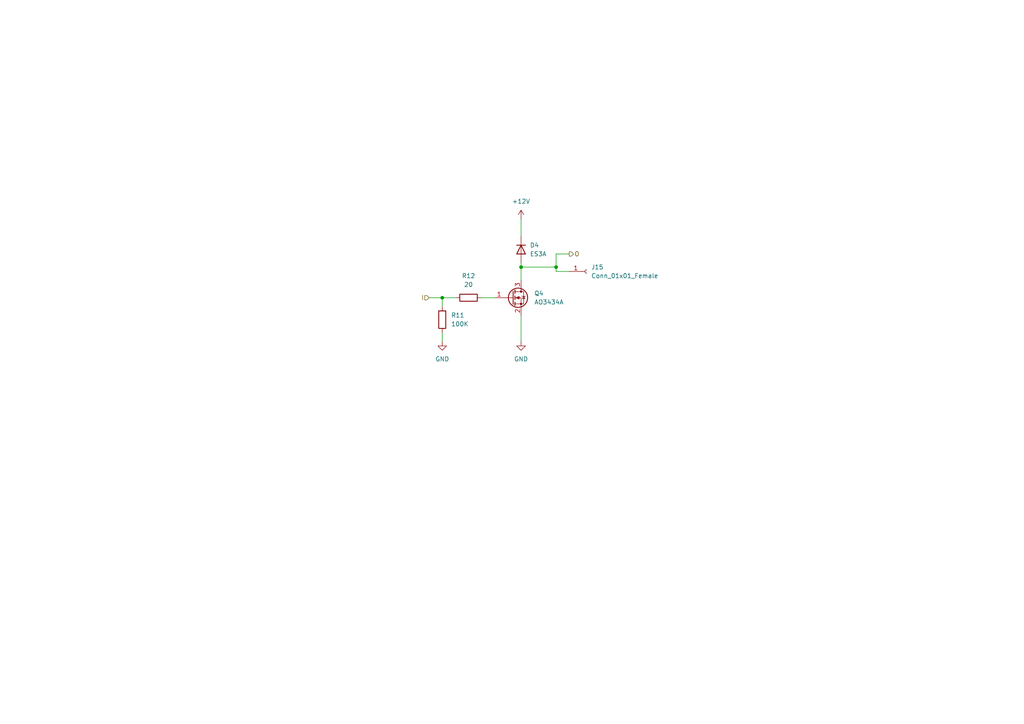
<source format=kicad_sch>
(kicad_sch (version 20231120) (generator "eeschema") (generator_version "8.0")
  (paper "A4")
  (title_block (title "Solenoid Driver"))
  (lib_symbols
    (symbol "Connector:Conn_01x01_Female" (pin_names (offset 1.016) hide)
      (property "Reference" "J" (at 0 2.54 0))
      (property "Value" "Conn_01x01_Female" (at 0 -2.54 0))
      (symbol "Conn_01x01_Female_1_1"
        (polyline (pts (xy -1.27 0) (xy -0.508 0)) (stroke (width 0.1524)))
        (arc (start 0 0.508) (mid -0.5058 0) (end 0 -0.508) (stroke (width 0.1524)))
        (pin passive line (at -5.08 0 0) (length 3.81) (name "Pin_1") (number "1"))
      )
    )
    (symbol "Device:R" (pin_numbers hide) (pin_names (offset 0))
      (property "Reference" "R" (at 2.032 0 90))
      (property "Value" "R" (at 0 0 90))
      (symbol "R_0_1"
        (rectangle (start -1.016 -2.54) (end 1.016 2.54) (stroke (width 0.254)))
      )
      (symbol "R_1_1"
        (pin passive line (at 0 3.81 270) (length 1.27) (name "~") (number "1"))
        (pin passive line (at 0 -3.81 90) (length 1.27) (name "~") (number "2"))
      )
    )
    (symbol "Diode:STTH212S" (pin_numbers hide) (pin_names (offset 1.016) hide)
      (property "Reference" "D" (at 0 2.54 0))
      (property "Value" "STTH212S" (at 0 -2.54 0))
      (symbol "STTH212S_0_1"
        (polyline (pts (xy -1.27 1.27) (xy -1.27 -1.27)) (stroke (width 0.254)))
        (polyline (pts (xy 1.27 0) (xy -1.27 0)))
        (polyline (pts (xy 1.27 1.27) (xy 1.27 -1.27) (xy -1.27 0) (xy 1.27 1.27)) (stroke (width 0.254)))
      )
      (symbol "STTH212S_1_1"
        (pin passive line (at -3.81 0 0) (length 2.54) (name "K") (number "1"))
        (pin passive line (at 3.81 0 180) (length 2.54) (name "A") (number "2"))
      )
    )
    (symbol "Transistor_FET:AO3400A" (pin_names hide)
      (property "Reference" "Q" (at 5.08 1.905 0))
      (property "Value" "AO3400A" (at 5.08 0 0))
      (symbol "AO3400A_0_1"
        (polyline (pts (xy 0.254 0) (xy -2.54 0)))
        (polyline (pts (xy 0.254 1.905) (xy 0.254 -1.905)) (stroke (width 0.254)))
        (polyline (pts (xy 0.762 -1.27) (xy 0.762 -2.286)) (stroke (width 0.254)))
        (polyline (pts (xy 0.762 0.508) (xy 0.762 -0.508)) (stroke (width 0.254)))
        (polyline (pts (xy 0.762 2.286) (xy 0.762 1.27)) (stroke (width 0.254)))
        (polyline (pts (xy 2.54 2.54) (xy 2.54 1.778)))
        (polyline (pts (xy 2.54 -2.54) (xy 2.54 0) (xy 0.762 0)))
        (polyline (pts (xy 0.762 -1.778) (xy 3.302 -1.778) (xy 3.302 1.778) (xy 0.762 1.778)))
        (polyline (pts (xy 1.016 0) (xy 2.032 0.381) (xy 2.032 -0.381) (xy 1.016 0)) (fill (type outline)))
        (polyline (pts (xy 2.794 0.508) (xy 2.921 0.381) (xy 3.683 0.381) (xy 3.81 0.254)))
        (polyline (pts (xy 3.302 0.381) (xy 2.921 -0.254) (xy 3.683 -0.254) (xy 3.302 0.381)))
        (circle (center 1.651 0) (radius 2.794) (stroke (width 0.254)))
        (circle (center 2.54 -1.778) (radius 0.254) (fill (type outline)))
        (circle (center 2.54 1.778) (radius 0.254) (fill (type outline)))
      )
      (symbol "AO3400A_1_1"
        (pin input line (at -5.08 0 0) (length 2.54) (name "G") (number "1"))
        (pin passive line (at 2.54 -5.08 90) (length 2.54) (name "S") (number "2"))
        (pin passive line (at 2.54 5.08 270) (length 2.54) (name "D") (number "3"))
      )
    )
    (symbol "power:+12V" (power) (pin_names (offset 0))
      (property "Value" "+12V" (at 0 3.556 0))
      (symbol "+12V_0_1"
        (polyline (pts (xy -0.762 1.27) (xy 0 2.54)))
        (polyline (pts (xy 0 0) (xy 0 2.54)))
        (polyline (pts (xy 0 2.54) (xy 0.762 1.27)))
      )
      (symbol "+12V_1_1"
        (pin power_in line (at 0 0 90) (length 0) hide (name "+12V") (number "1"))
      )
    )
    (symbol "power:GND" (power) (pin_names (offset 0))
      (property "Value" "GND" (at 0 -3.81 0))
      (symbol "GND_0_1"
        (polyline (pts (xy 0 0) (xy 0 -1.27) (xy 1.27 -1.27) (xy 0 -2.54) (xy -1.27 -1.27) (xy 0 -1.27)))
      )
      (symbol "GND_1_1"
        (pin power_in line (at 0 0 270) (length 0) hide (name "GND") (number "1"))
      )
    )
  )
  (junction (at 161.29 77.47))
  (junction (at 128.27 86.36))
  (junction (at 151.13 77.47))
  (wire (pts (xy 161.29 77.47) (xy 161.29 73.66)))
  (wire (pts (xy 151.13 77.47) (xy 151.13 81.28)))
  (wire (pts (xy 151.13 91.44) (xy 151.13 99.06)))
  (wire (pts (xy 124.46 86.36) (xy 128.27 86.36)))
  (wire (pts (xy 128.27 96.52) (xy 128.27 99.06)))
  (wire (pts (xy 151.13 77.47) (xy 161.29 77.47)))
  (wire (pts (xy 151.13 63.5) (xy 151.13 68.58)))
  (wire (pts (xy 165.1 78.74) (xy 161.29 78.74)))
  (wire (pts (xy 161.29 73.66) (xy 165.1 73.66)))
  (wire (pts (xy 151.13 76.2) (xy 151.13 77.47)))
  (wire (pts (xy 139.7 86.36) (xy 143.51 86.36)))
  (wire (pts (xy 161.29 78.74) (xy 161.29 77.47)))
  (wire (pts (xy 128.27 86.36) (xy 132.08 86.36)))
  (wire (pts (xy 128.27 86.36) (xy 128.27 88.9)))
  (hierarchical_label "I" (shape input) (at 124.46 86.36 180))
  (hierarchical_label "O" (shape output) (at 165.1 73.66 0))
  (symbol (lib_id "Transistor_FET:AO3400A") (at 148.59 86.36 0) (unit 1)
    (property "Reference" "Q1" (at 154.94 85.0899 0) (effects (justify left)))
    (property "Value" "AO3434A" (at 154.94 87.6299 0) (effects (justify left)))
    (property "Footprint" "Package_TO_SOT_SMD:SOT-23" (effects (hide yes)))
    (property "Datasheet" "http://www.aosmd.com/pdfs/datasheet/AO3400A.pdf" (effects (hide yes)))
    (instances (project "" (path "" (reference "Q4") (unit 1)) (path "" (reference "Q6") (unit 1)) (path "" (reference "Q5") (unit 1)) (path "" (reference "Q2") (unit 1)) (path "" (reference "Q8") (unit 1)) (path "" (reference "Q7") (unit 1)) (path "" (reference "Q1") (unit 1)) (path "" (reference "Q3") (unit 1))))
  )
  (symbol (lib_id "Device:R") (at 135.89 86.36 90) (unit 1)
    (property "Reference" "R6" (at 135.89 80.01 90))
    (property "Value" "20" (at 135.89 82.55 90))
    (property "Footprint" "Resistor_SMD:R_0603_1608Metric_Pad0.98x0.95mm_HandSolder" (effects (hide yes)))
    (instances (project "" (path "" (reference "R12") (unit 1)) (path "" (reference "R16") (unit 1)) (path "" (reference "R14") (unit 1)) (path "" (reference "R8") (unit 1)) (path "" (reference "R20") (unit 1)) (path "" (reference "R18") (unit 1)) (path "" (reference "R6") (unit 1)) (path "" (reference "R10") (unit 1))))
  )
  (symbol (lib_id "Connector:Conn_01x01_Female") (at 170.18 78.74 0) (unit 1)
    (property "Reference" "J12" (at 171.45 77.4699 0) (effects (justify left)))
    (property "Value" "Conn_01x01_Female" (at 171.45 80.0099 0) (effects (justify left)))
    (property "Footprint" "Connector_PinHeader_2.54mm:PinHeader_1x01_P2.54mm_Vertical" (effects (hide yes)))
    (instances (project "" (path "" (reference "J15") (unit 1)) (path "" (reference "J17") (unit 1)) (path "" (reference "J16") (unit 1)) (path "" (reference "J13") (unit 1)) (path "" (reference "J19") (unit 1)) (path "" (reference "J18") (unit 1)) (path "" (reference "J12") (unit 1)) (path "" (reference "J14") (unit 1))))
  )
  (symbol (lib_id "power:GND") (at 151.13 99.06 0) (unit 1)
    (property "Reference" "#PWR049" (effects (hide yes)))
    (property "Value" "GND" (at 151.13 104.14 0))
    (instances (project "" (path "" (reference "#PWR058") (unit 1)) (path "" (reference "#PWR064") (unit 1)) (path "" (reference "#PWR061") (unit 1)) (path "" (reference "#PWR052") (unit 1)) (path "" (reference "#PWR070") (unit 1)) (path "" (reference "#PWR067") (unit 1)) (path "" (reference "#PWR049") (unit 1)) (path "" (reference "#PWR055") (unit 1))))
  )
  (symbol (lib_id "Diode:STTH212S") (at 151.13 72.39 270) (unit 1)
    (property "Reference" "D1" (at 153.67 71.1199 90) (effects (justify left)))
    (property "Value" "ES3A" (at 153.67 73.6599 90) (effects (justify left)))
    (property "Footprint" "Diode_SMD:D_SMC" (effects (hide yes)))
    (property "Datasheet" "https://www.st.com/resource/en/datasheet/stth212.pdf" (effects (hide yes)))
    (instances (project "" (path "" (reference "D4") (unit 1)) (path "" (reference "D6") (unit 1)) (path "" (reference "D5") (unit 1)) (path "" (reference "D2") (unit 1)) (path "" (reference "D8") (unit 1)) (path "" (reference "D7") (unit 1)) (path "" (reference "D1") (unit 1)) (path "" (reference "D3") (unit 1))))
  )
  (symbol (lib_id "Device:R") (at 128.27 92.71 0) (unit 1)
    (property "Reference" "R5" (at 130.81 91.4399 0) (effects (justify left)))
    (property "Value" "100K" (at 130.81 93.9799 0) (effects (justify left)))
    (property "Footprint" "Resistor_SMD:R_0603_1608Metric_Pad0.98x0.95mm_HandSolder" (effects (hide yes)))
    (instances (project "" (path "" (reference "R11") (unit 1)) (path "" (reference "R15") (unit 1)) (path "" (reference "R13") (unit 1)) (path "" (reference "R7") (unit 1)) (path "" (reference "R19") (unit 1)) (path "" (reference "R17") (unit 1)) (path "" (reference "R5") (unit 1)) (path "" (reference "R9") (unit 1))))
  )
  (symbol (lib_id "power:GND") (at 128.27 99.06 0) (unit 1)
    (property "Reference" "#PWR047" (effects (hide yes)))
    (property "Value" "GND" (at 128.27 104.14 0))
    (instances (project "" (path "" (reference "#PWR056") (unit 1)) (path "" (reference "#PWR062") (unit 1)) (path "" (reference "#PWR059") (unit 1)) (path "" (reference "#PWR050") (unit 1)) (path "" (reference "#PWR068") (unit 1)) (path "" (reference "#PWR065") (unit 1)) (path "" (reference "#PWR047") (unit 1)) (path "" (reference "#PWR053") (unit 1))))
  )
  (symbol (lib_id "power:+12V") (at 151.13 63.5 0) (unit 1)
    (property "Reference" "#PWR048" (effects (hide yes)))
    (property "Value" "+12V" (at 151.13 58.42 0))
    (instances (project "" (path "" (reference "#PWR057") (unit 1)) (path "" (reference "#PWR063") (unit 1)) (path "" (reference "#PWR060") (unit 1)) (path "" (reference "#PWR051") (unit 1)) (path "" (reference "#PWR069") (unit 1)) (path "" (reference "#PWR066") (unit 1)) (path "" (reference "#PWR048") (unit 1)) (path "" (reference "#PWR054") (unit 1))))
  )
)
</source>
